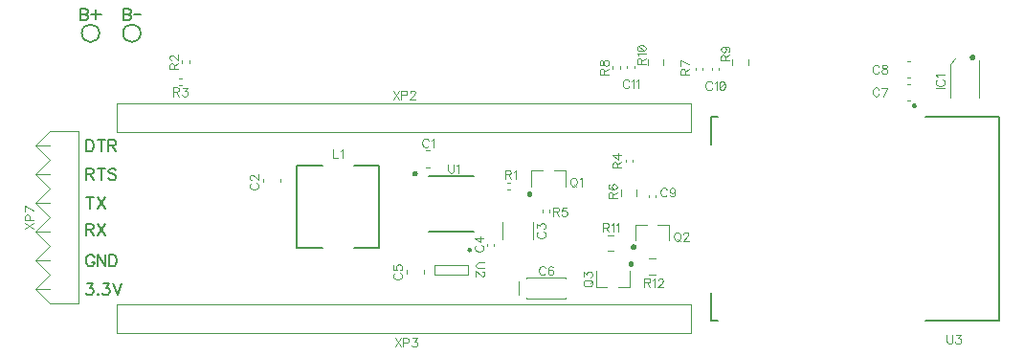
<source format=gbr>
G04 DipTrace 4.3.0.5*
G04 TopSilk.gbr*
%MOMM*%
G04 #@! TF.FileFunction,Legend,Top*
G04 #@! TF.Part,Single*
%ADD10C,0.12*%
%ADD16C,0.15*%
%ADD17C,0.1*%
%ADD20C,0.127*%
%ADD60C,0.11765*%
%ADD62C,0.15686*%
%FSLAX35Y35*%
G04*
G71*
G90*
G75*
G01*
G04 TopSilk*
%LPD*%
X-94373Y596877D2*
D17*
X-64373D1*
X-94373Y450877D2*
X-64373D1*
X-1387500Y348377D2*
Y318377D1*
X-1533500Y348377D2*
Y318377D1*
X579375Y-186129D2*
X579372Y-36129D1*
X849375Y-186124D2*
X849372Y-36124D1*
X446250Y-246127D2*
Y-230127D1*
X506250Y-246126D2*
Y-230126D1*
X-263500Y-491251D2*
Y-461251D1*
X-117500Y-491249D2*
Y-461249D1*
X795373Y-534127D2*
D10*
Y-526127D1*
X1141373D1*
Y-534127D1*
X795373Y-704127D2*
Y-712127D1*
X1141373D1*
Y-704127D1*
X726373Y-558127D2*
Y-680127D1*
X4160125Y1184250D2*
D17*
X4190125D1*
X4160129Y1038250D2*
X4190129D1*
X4160127Y1390627D2*
X4190127D1*
X4160127Y1244627D2*
X4190127D1*
X1935003Y198500D2*
Y182500D1*
X1875003Y198500D2*
Y182500D1*
X2430627Y1309627D2*
Y1325627D1*
X2490627Y1309627D2*
Y1325627D1*
X1684497Y1325497D2*
Y1341497D1*
X1744497Y1325497D2*
Y1341497D1*
X4540250Y1365250D2*
Y1063627D1*
X4794250Y1397000D2*
Y1063627D1*
G36*
X4738173Y1396153D2*
X4734910Y1396367D1*
X4731703Y1397005D1*
X4728606Y1398056D1*
X4725673Y1399503D1*
X4722954Y1401319D1*
X4720496Y1403476D1*
X4718339Y1405934D1*
X4716523Y1408653D1*
X4715076Y1411586D1*
X4714025Y1414683D1*
X4713387Y1417890D1*
X4713173Y1421153D1*
X4713387Y1424416D1*
X4714025Y1427624D1*
X4715076Y1430720D1*
X4716523Y1433653D1*
X4718339Y1436372D1*
X4720496Y1438831D1*
X4722954Y1440987D1*
X4725673Y1442804D1*
X4728606Y1444250D1*
X4731703Y1445301D1*
X4734910Y1445939D1*
X4738173Y1446153D1*
D1*
X4741436Y1445939D1*
X4744644Y1445301D1*
X4747740Y1444250D1*
X4750673Y1442804D1*
X4753392Y1440987D1*
X4755851Y1438831D1*
X4758007Y1436372D1*
X4759824Y1433653D1*
X4761270Y1430720D1*
X4762321Y1427624D1*
X4762959Y1424416D1*
X4763173Y1421153D1*
X4762959Y1417890D1*
X4762321Y1414683D1*
X4761270Y1411586D1*
X4759824Y1408653D1*
X4758007Y1405934D1*
X4755851Y1403476D1*
X4753392Y1401319D1*
X4750673Y1399503D1*
X4747740Y1398056D1*
X4744644Y1397005D1*
X4741436Y1396367D1*
X4738173Y1396153D1*
D1*
G37*
X4540250Y1365250D2*
D10*
X4587877Y1412873D1*
X-508127Y461797D2*
D20*
Y-268203D1*
X-1238127Y461797D2*
Y-268203D1*
X-508127D2*
X-731127D1*
X-1238127D2*
X-1015127D1*
X-508127Y461797D2*
X-731127D1*
X-1238127D2*
X-1015127D1*
X935250Y419250D2*
D10*
X832250D1*
Y279250D1*
X1033250Y419250D2*
X1136250D1*
Y279250D1*
G36*
X796250Y211250D2*
X796464Y214513D1*
X797102Y217720D1*
X798153Y220817D1*
X799599Y223750D1*
X801416Y226469D1*
X803572Y228928D1*
X806031Y231084D1*
X808750Y232901D1*
X811683Y234347D1*
X814780Y235398D1*
X817987Y236036D1*
X821250Y236250D1*
X824513Y236036D1*
X827720Y235398D1*
X830817Y234347D1*
X833750Y232901D1*
X836469Y231084D1*
X838928Y228928D1*
X841084Y226469D1*
X842901Y223750D1*
X844347Y220817D1*
X845398Y217720D1*
X846036Y214513D1*
X846250Y211250D1*
D1*
X846036Y207987D1*
X845398Y204780D1*
X844347Y201683D1*
X842901Y198750D1*
X841084Y196031D1*
X838928Y193572D1*
X836469Y191416D1*
X833750Y189599D1*
X830817Y188153D1*
X827720Y187102D1*
X824513Y186464D1*
X821250Y186250D1*
X817987Y186464D1*
X814780Y187102D1*
X811683Y188153D1*
X808750Y189599D1*
X806031Y191416D1*
X803572Y193572D1*
X801416Y196031D1*
X799599Y198750D1*
X798153Y201683D1*
X797102Y204780D1*
X796464Y207987D1*
X796250Y211250D1*
D1*
G37*
X1855997Y-57003D2*
D10*
X1754997D1*
Y-197003D1*
X1953997Y-57003D2*
X2054997D1*
Y-197003D1*
G36*
X1716997Y-258003D2*
X1717211Y-254740D1*
X1717849Y-251533D1*
X1718900Y-248436D1*
X1720346Y-245503D1*
X1722163Y-242784D1*
X1724319Y-240326D1*
X1726778Y-238169D1*
X1729497Y-236353D1*
X1732430Y-234906D1*
X1735526Y-233855D1*
X1738734Y-233217D1*
X1741997Y-233003D1*
X1745260Y-233217D1*
X1748467Y-233855D1*
X1751564Y-234906D1*
X1754497Y-236353D1*
X1757216Y-238169D1*
X1759674Y-240326D1*
X1761831Y-242784D1*
X1763647Y-245503D1*
X1765094Y-248436D1*
X1766145Y-251533D1*
X1766783Y-254740D1*
X1766997Y-258003D1*
D1*
X1766783Y-261266D1*
X1766145Y-264474D1*
X1765094Y-267570D1*
X1763647Y-270503D1*
X1761831Y-273222D1*
X1759674Y-275681D1*
X1757216Y-277837D1*
X1754497Y-279654D1*
X1751564Y-281100D1*
X1748467Y-282151D1*
X1745260Y-282789D1*
X1741997Y-283003D1*
X1738734Y-282789D1*
X1735526Y-282151D1*
X1732430Y-281100D1*
X1729497Y-279654D1*
X1726778Y-277837D1*
X1724319Y-275681D1*
X1722163Y-273222D1*
X1720346Y-270503D1*
X1718900Y-267570D1*
X1717849Y-264474D1*
X1717211Y-261266D1*
X1716997Y-258003D1*
D1*
G37*
X1604750Y-609753D2*
D10*
X1705750D1*
Y-469753D1*
X1506750Y-609753D2*
X1405750D1*
Y-469753D1*
G36*
X1743750Y-408753D2*
X1743536Y-412016D1*
X1742898Y-415224D1*
X1741847Y-418320D1*
X1740401Y-421253D1*
X1738584Y-423972D1*
X1736428Y-426431D1*
X1733969Y-428587D1*
X1731250Y-430404D1*
X1728317Y-431850D1*
X1725220Y-432901D1*
X1722013Y-433539D1*
X1718750Y-433753D1*
X1715487Y-433539D1*
X1712280Y-432901D1*
X1709183Y-431850D1*
X1706250Y-430404D1*
X1703531Y-428587D1*
X1701072Y-426431D1*
X1698916Y-423972D1*
X1697099Y-421253D1*
X1695653Y-418320D1*
X1694602Y-415224D1*
X1693964Y-412016D1*
X1693750Y-408753D1*
D1*
X1693964Y-405490D1*
X1694602Y-402283D1*
X1695653Y-399186D1*
X1697099Y-396253D1*
X1698916Y-393534D1*
X1701072Y-391076D1*
X1703531Y-388919D1*
X1706250Y-387103D1*
X1709183Y-385656D1*
X1712280Y-384605D1*
X1715487Y-383967D1*
X1718750Y-383753D1*
X1722013Y-383967D1*
X1725220Y-384605D1*
X1728317Y-385656D1*
X1731250Y-387103D1*
X1733969Y-388919D1*
X1736428Y-391076D1*
X1738584Y-393534D1*
X1740401Y-396253D1*
X1741847Y-399186D1*
X1742898Y-402283D1*
X1743536Y-405490D1*
X1743750Y-408753D1*
D1*
G37*
X624000Y315750D2*
D17*
X646000D1*
X624000Y255750D2*
X646000D1*
X-2252503Y1370123D2*
X-2252504Y1392123D1*
X-2192503Y1370124D2*
X-2192504Y1392124D1*
X-2281128Y1236500D2*
X-2259128D1*
X-2281126Y1176500D2*
X-2259126D1*
X1668624Y496999D2*
X1668623Y518999D1*
X1728624Y497001D2*
X1728623Y519001D1*
X998373Y74500D2*
Y52500D1*
X938373Y74500D2*
Y52500D1*
X1768623Y248250D2*
Y196250D1*
X1628623Y248250D2*
Y196250D1*
X2347747Y1328623D2*
Y1306623D1*
X2287747Y1328623D2*
Y1306623D1*
X1617497Y1344500D2*
Y1322500D1*
X1557497Y1344500D2*
Y1322500D1*
X2612873Y1355127D2*
Y1407127D1*
X2752873Y1355127D2*
Y1407127D1*
X1866750Y1355127D2*
Y1407127D1*
X2006750Y1355127D2*
Y1407127D1*
X1513871Y-152254D2*
X1565871Y-152253D1*
X1513875Y-292254D2*
X1565875Y-292253D1*
X1930997Y-498627D2*
X1878997D1*
X1930997Y-358627D2*
X1878997D1*
X324533Y374547D2*
D16*
X-69467D1*
X324533Y-117453D2*
X-69467D1*
G36*
X-193467Y417547D2*
X-190204Y417333D1*
X-186996Y416695D1*
X-183900Y415644D1*
X-180967Y414197D1*
X-178248Y412381D1*
X-175789Y410224D1*
X-173633Y407766D1*
X-171816Y405047D1*
X-170370Y402114D1*
X-169319Y399017D1*
X-168681Y395810D1*
X-168467Y392547D1*
X-168681Y389284D1*
X-169319Y386076D1*
X-170370Y382980D1*
X-171816Y380047D1*
X-173633Y377328D1*
X-175789Y374869D1*
X-178248Y372713D1*
X-180967Y370896D1*
X-183900Y369450D1*
X-186996Y368399D1*
X-190204Y367761D1*
X-193467Y367547D1*
D1*
X-196730Y367761D1*
X-199937Y368399D1*
X-203034Y369450D1*
X-205967Y370896D1*
X-208686Y372713D1*
X-211144Y374869D1*
X-213301Y377328D1*
X-215117Y380047D1*
X-216564Y382980D1*
X-217615Y386076D1*
X-218253Y389284D1*
X-218467Y392547D1*
X-218253Y395810D1*
X-217615Y399017D1*
X-216564Y402114D1*
X-215117Y405047D1*
X-213301Y407766D1*
X-211144Y410224D1*
X-208686Y412381D1*
X-205967Y414197D1*
X-203034Y415644D1*
X-199937Y416695D1*
X-196730Y417333D1*
X-193467Y417547D1*
D1*
G37*
G36*
X290368Y-263597D2*
X292920Y-263764D1*
X295429Y-264263D1*
X297850Y-265085D1*
X300144Y-266216D1*
X302271Y-267637D1*
X304193Y-269323D1*
X305880Y-271246D1*
X307301Y-273372D1*
X308432Y-275666D1*
X309254Y-278088D1*
X309753Y-280596D1*
X309920Y-283148D1*
X309753Y-285700D1*
X309254Y-288209D1*
X308432Y-290630D1*
X307301Y-292924D1*
X305880Y-295051D1*
X304193Y-296973D1*
X302271Y-298660D1*
X300144Y-300081D1*
X297850Y-301212D1*
X295429Y-302034D1*
X292920Y-302533D1*
X290368Y-302700D1*
X290355D1*
X287803Y-302533D1*
X285295Y-302034D1*
X282873Y-301212D1*
X280579Y-300081D1*
X278453Y-298660D1*
X276530Y-296973D1*
X274844Y-295051D1*
X273423Y-292924D1*
X272292Y-290630D1*
X271470Y-288209D1*
X270971Y-285700D1*
X270803Y-283148D1*
X270971Y-280596D1*
X271470Y-278088D1*
X272292Y-275666D1*
X273423Y-273373D1*
X274844Y-271246D1*
X276530Y-269323D1*
X278453Y-267637D1*
X280579Y-266216D1*
X282873Y-265085D1*
X285295Y-264263D1*
X287803Y-263764D1*
X290355Y-263597D1*
X290368D1*
G37*
X276993Y-420473D2*
D10*
X-23000D1*
X276993Y-500460D2*
X-23000D1*
Y-420473D2*
Y-500460D1*
X276993Y-420473D2*
Y-500460D1*
G36*
X4223873Y1013360D2*
X4226484Y1013189D1*
X4229050Y1012679D1*
X4231527Y1011838D1*
X4233873Y1010681D1*
X4236049Y1009227D1*
X4238015Y1007502D1*
X4239740Y1005535D1*
X4241194Y1003360D1*
X4242351Y1001014D1*
X4243192Y998536D1*
X4243702Y995971D1*
X4243873Y993360D1*
X4243702Y990749D1*
X4243192Y988184D1*
X4242351Y985706D1*
X4241194Y983360D1*
X4239740Y981185D1*
X4238015Y979218D1*
X4236049Y977493D1*
X4233873Y976039D1*
X4231527Y974882D1*
X4229050Y974041D1*
X4226484Y973531D1*
X4223873Y973360D1*
D1*
X4221263Y973531D1*
X4218697Y974041D1*
X4216220Y974882D1*
X4213873Y976039D1*
X4211698Y977493D1*
X4209731Y979218D1*
X4208006Y981185D1*
X4206553Y983360D1*
X4205396Y985706D1*
X4204555Y988184D1*
X4204044Y990749D1*
X4203873Y993360D1*
X4204044Y995971D1*
X4204555Y998536D1*
X4205396Y1001014D1*
X4206553Y1003360D1*
X4208006Y1005535D1*
X4209731Y1007502D1*
X4211698Y1009227D1*
X4213873Y1010681D1*
X4216220Y1011838D1*
X4218697Y1012679D1*
X4221263Y1013189D1*
X4223873Y1013360D1*
D1*
G37*
X2488873Y893360D2*
D20*
X2423873D1*
Y648360D1*
Y-661640D2*
Y-906640D1*
X2488873D1*
X4323873Y893360D2*
X4973873D1*
Y-906640D1*
X4323873D1*
X-2634960Y1016000D2*
D10*
X2252000D1*
X-2828000D2*
X-2634960D1*
X-2828000Y762000D2*
Y1016000D1*
Y762000D2*
X2252000D1*
Y1016000D1*
X-2634960Y-762000D2*
X2252000D1*
X-2828000D2*
X-2634960D1*
X-2828000Y-1016000D2*
Y-762000D1*
Y-1016000D2*
X2252000D1*
Y-762000D1*
X-3166427Y-756970D2*
Y767030D1*
Y-756970D2*
X-3420440D1*
X-3166427Y767030D2*
X-3420440D1*
Y-630020D2*
X-3547427D1*
X-3420440Y-375970D2*
X-3547427D1*
X-3420440Y-121920D2*
X-3547427D1*
X-3420440Y131980D2*
X-3547427D1*
X-3420440Y386030D2*
X-3547427D1*
X-3420440Y640080D2*
X-3547427D1*
X-3420440Y-756970D2*
X-3547427Y-630020D1*
X-3420440Y-502920D1*
X-3547427Y-375970D1*
X-3420440Y-249020D1*
X-3547427Y-121920D1*
X-3420440Y5030D1*
X-3547427Y131980D1*
X-3420440Y259080D1*
X-3547427Y386030D1*
X-3420440Y512980D1*
X-3547427Y640080D1*
X-3420440Y767030D1*
X-3141873Y1635127D2*
D16*
G02X-3141873Y1635127I78000J0D01*
G01*
X-2776750D2*
G02X-2776750Y1635127I78000J0D01*
G01*
X-3157333Y1851038D2*
D62*
Y1748950D1*
X-3113533D1*
X-3098933Y1753892D1*
X-3094103Y1758721D1*
X-3089274Y1768379D1*
Y1782979D1*
X-3094103Y1792750D1*
X-3098933Y1797579D1*
X-3113533Y1802409D1*
X-3098933Y1807350D1*
X-3094103Y1812179D1*
X-3089274Y1821838D1*
Y1831609D1*
X-3094103Y1841267D1*
X-3098933Y1846209D1*
X-3113533Y1851038D1*
X-3157333D1*
Y1802409D2*
X-3113533D1*
X-3014214Y1843682D2*
Y1756194D1*
X-3057902Y1799882D2*
X-2970414D1*
X-2776542Y1851038D2*
Y1748950D1*
X-2732742D1*
X-2718142Y1753892D1*
X-2713313Y1758721D1*
X-2708484Y1768379D1*
Y1782979D1*
X-2713313Y1792750D1*
X-2718142Y1797579D1*
X-2732742Y1802409D1*
X-2718142Y1807350D1*
X-2713313Y1812179D1*
X-2708484Y1821838D1*
Y1831609D1*
X-2713313Y1841267D1*
X-2718142Y1846209D1*
X-2732742Y1851038D1*
X-2776542D1*
Y1802409D2*
X-2732742D1*
X-2677111Y1799938D2*
X-2620958D1*
X-3103657Y692165D2*
Y590077D1*
X-3069628D1*
X-3055028Y595018D1*
X-3045257Y604677D1*
X-3040428Y614448D1*
X-3035598Y628935D1*
Y653306D1*
X-3040428Y667906D1*
X-3045257Y677565D1*
X-3055028Y687335D1*
X-3069628Y692165D1*
X-3103657D1*
X-2970197D2*
Y590077D1*
X-3004226Y692165D2*
X-2936167D1*
X-2904795Y643535D2*
X-2861107D1*
X-2846507Y648477D1*
X-2841566Y653306D1*
X-2836736Y662965D1*
Y672735D1*
X-2841566Y682394D1*
X-2846507Y687335D1*
X-2861107Y692165D1*
X-2904795D1*
Y590077D1*
X-2870766Y643535D2*
X-2836736Y590077D1*
X-3103657Y389535D2*
X-3059969D1*
X-3045369Y394477D1*
X-3040428Y399306D1*
X-3035598Y408965D1*
Y418735D1*
X-3040428Y428394D1*
X-3045369Y433335D1*
X-3059969Y438165D1*
X-3103657D1*
Y336077D1*
X-3069628Y389535D2*
X-3035598Y336077D1*
X-2970197Y438165D2*
Y336077D1*
X-3004226Y438165D2*
X-2936167D1*
X-2836736Y423565D2*
X-2846395Y433335D1*
X-2860995Y438165D1*
X-2880424D1*
X-2895024Y433335D1*
X-2904795Y423565D1*
Y413906D1*
X-2899853Y404135D1*
X-2895024Y399306D1*
X-2885366Y394477D1*
X-2856166Y384706D1*
X-2846395Y379877D1*
X-2841566Y374935D1*
X-2836736Y365277D1*
Y350677D1*
X-2846395Y341018D1*
X-2860995Y336077D1*
X-2880424D1*
X-2895024Y341018D1*
X-2904795Y350677D1*
X-3069628Y184165D2*
Y82077D1*
X-3103657Y184165D2*
X-3035598D1*
X-3004226D2*
X-2936167Y82077D1*
Y184165D2*
X-3004226Y82077D1*
X-3103657Y-102591D2*
X-3059969D1*
X-3045369Y-97650D1*
X-3040428Y-92821D1*
X-3035598Y-83162D1*
Y-73391D1*
X-3040428Y-63733D1*
X-3045369Y-58791D1*
X-3059969Y-53962D1*
X-3103657D1*
Y-156050D1*
X-3069628Y-102591D2*
X-3035598Y-156050D1*
X-3004226Y-53962D2*
X-2936167Y-156050D1*
Y-53962D2*
X-3004226Y-156050D1*
X-3030769Y-348094D2*
X-3035598Y-338435D1*
X-3045369Y-328665D1*
X-3055028Y-323835D1*
X-3074457D1*
X-3084228Y-328665D1*
X-3093886Y-338435D1*
X-3098828Y-348094D1*
X-3103657Y-362694D1*
Y-387065D1*
X-3098828Y-401552D1*
X-3093886Y-411323D1*
X-3084228Y-420982D1*
X-3074457Y-425923D1*
X-3055028D1*
X-3045369Y-420982D1*
X-3035598Y-411323D1*
X-3030769Y-401552D1*
Y-387065D1*
X-3055028D1*
X-2931338Y-323835D2*
Y-425923D1*
X-2999397Y-323835D1*
Y-425923D1*
X-2899966Y-323835D2*
Y-425923D1*
X-2865936D1*
X-2851336Y-420982D1*
X-2841566Y-411323D1*
X-2836736Y-401552D1*
X-2831907Y-387065D1*
Y-362694D1*
X-2836736Y-348094D1*
X-2841566Y-338435D1*
X-2851336Y-328665D1*
X-2865936Y-323835D1*
X-2899966D1*
X-3093886Y-577948D2*
X-3040540D1*
X-3069628Y-616806D1*
X-3055028D1*
X-3045369Y-621635D1*
X-3040540Y-626465D1*
X-3035598Y-641065D1*
Y-650723D1*
X-3040540Y-665323D1*
X-3050198Y-675094D1*
X-3064798Y-679923D1*
X-3079398D1*
X-3093886Y-675094D1*
X-3098715Y-670152D1*
X-3103657Y-660494D1*
X-2999397Y-670152D2*
X-3004226Y-675094D1*
X-2999397Y-679923D1*
X-2994455Y-675094D1*
X-2999397Y-670152D1*
X-2953312Y-577948D2*
X-2899966D1*
X-2929053Y-616806D1*
X-2914453D1*
X-2904795Y-621635D1*
X-2899966Y-626465D1*
X-2895024Y-641065D1*
Y-650723D1*
X-2899966Y-665323D1*
X-2909624Y-675094D1*
X-2924224Y-679923D1*
X-2938824D1*
X-2953312Y-675094D1*
X-2958141Y-670152D1*
X-2963083Y-660494D1*
X-2863652Y-577835D2*
X-2824793Y-679923D1*
X-2785935Y-577835D1*
X-72944Y684398D2*
D60*
X-76566Y691642D1*
X-83894Y698970D1*
X-91138Y702592D1*
X-105710D1*
X-113038Y698970D1*
X-120282Y691642D1*
X-123988Y684398D1*
X-127610Y673448D1*
Y655170D1*
X-123988Y644304D1*
X-120282Y636976D1*
X-113038Y629732D1*
X-105710Y626026D1*
X-91138D1*
X-83894Y629732D1*
X-76566Y636976D1*
X-72944Y644304D1*
X-49415Y687936D2*
X-42087Y691642D1*
X-31137Y702508D1*
Y626026D1*
X-1636898Y309360D2*
X-1644142Y305738D1*
X-1651470Y298410D1*
X-1655092Y291166D1*
Y276594D1*
X-1651470Y269266D1*
X-1644142Y262022D1*
X-1636898Y258316D1*
X-1625948Y254694D1*
X-1607670D1*
X-1596804Y258316D1*
X-1589476Y262022D1*
X-1582232Y269266D1*
X-1578526Y276594D1*
Y291166D1*
X-1582232Y298410D1*
X-1589476Y305738D1*
X-1596804Y309360D1*
X-1636814Y336595D2*
X-1640436D1*
X-1647764Y340217D1*
X-1651386Y343839D1*
X-1655008Y351167D1*
Y365739D1*
X-1651386Y372983D1*
X-1647764Y376605D1*
X-1640436Y380311D1*
X-1633192D1*
X-1625864Y376605D1*
X-1614998Y369361D1*
X-1578526Y332889D1*
Y383933D1*
X903419Y-121080D2*
X896175Y-124702D1*
X888847Y-132031D1*
X885225Y-139274D1*
Y-153846D1*
X888848Y-161174D1*
X896176Y-168418D1*
X903420Y-172124D1*
X914370Y-175746D1*
X932648D1*
X943514Y-172123D1*
X950842Y-168417D1*
X958085Y-161173D1*
X961791Y-153845D1*
Y-139273D1*
X958085Y-132029D1*
X950841Y-124701D1*
X943513Y-121080D1*
X885309Y-90223D2*
X885308Y-50214D1*
X914452Y-72029D1*
Y-61079D1*
X918074Y-53835D1*
X921696Y-50213D1*
X932645Y-46506D1*
X939889D1*
X950839Y-50212D1*
X958168Y-57456D1*
X961790Y-68406D1*
Y-79356D1*
X958168Y-90222D1*
X954462Y-93844D1*
X947218Y-97550D1*
X353959Y-240204D2*
X346715Y-243826D1*
X339387Y-251154D1*
X335765Y-258398D1*
Y-272970D1*
X339387Y-280298D1*
X346716Y-287541D1*
X353960Y-291247D1*
X364910Y-294869D1*
X383188D1*
X394053Y-291247D1*
X401381Y-287540D1*
X408625Y-280296D1*
X412331Y-272968D1*
Y-258396D1*
X408625Y-251153D1*
X401381Y-243825D1*
X394052Y-240203D1*
X412329Y-180201D2*
X335848Y-180203D1*
X386808Y-216674D1*
X386807Y-162008D1*
X-366898Y-486207D2*
X-374142Y-489829D1*
X-381470Y-497157D1*
X-385091Y-504401D1*
Y-518973D1*
X-381469Y-526301D1*
X-374141Y-533545D1*
X-366897Y-537251D1*
X-355947Y-540873D1*
X-337669Y-540872D1*
X-326803Y-537250D1*
X-319475Y-533544D1*
X-312231Y-526300D1*
X-308525Y-518972D1*
X-308526Y-504400D1*
X-312232Y-497156D1*
X-319476Y-489828D1*
X-326804Y-486206D1*
X-385009Y-418962D2*
X-385008Y-455350D1*
X-352242Y-458971D1*
X-355864Y-455349D1*
X-359571Y-444399D1*
Y-433534D1*
X-355865Y-422584D1*
X-348621Y-415255D1*
X-337671Y-411633D1*
X-330427D1*
X-319477Y-415255D1*
X-312149Y-422583D1*
X-308527Y-433533D1*
Y-444398D1*
X-312149Y-455348D1*
X-315855Y-458970D1*
X-323098Y-462677D1*
X960273Y-444479D2*
X956651Y-437235D1*
X949323Y-429907D1*
X942079Y-426285D1*
X927507D1*
X920179Y-429907D1*
X912935Y-437235D1*
X909229Y-444479D1*
X905607Y-455429D1*
Y-473707D1*
X909229Y-484572D1*
X912935Y-491900D1*
X920179Y-499144D1*
X927507Y-502850D1*
X942079D1*
X949323Y-499144D1*
X956651Y-491900D1*
X960273Y-484572D1*
X1027518Y-437235D2*
X1023896Y-429991D1*
X1012946Y-426369D1*
X1005702D1*
X994752Y-429991D1*
X987424Y-440941D1*
X983802Y-459135D1*
Y-477329D1*
X987424Y-491900D1*
X994752Y-499229D1*
X1005702Y-502850D1*
X1009324D1*
X1020190Y-499229D1*
X1027518Y-491900D1*
X1031140Y-480950D1*
Y-477329D1*
X1027518Y-466379D1*
X1020190Y-459135D1*
X1009324Y-455513D1*
X1005702D1*
X994752Y-459135D1*
X987424Y-466379D1*
X983802Y-477329D1*
X3911172Y1135930D2*
X3907550Y1143174D1*
X3900222Y1150502D1*
X3892978Y1154124D1*
X3878406Y1154123D1*
X3871078Y1150501D1*
X3863834Y1143173D1*
X3860128Y1135929D1*
X3856507Y1124979D1*
Y1106701D1*
X3860130Y1095835D1*
X3863836Y1088507D1*
X3871080Y1081263D1*
X3878408Y1077557D1*
X3892980Y1077558D1*
X3900224Y1081264D1*
X3907552Y1088508D1*
X3911173Y1095837D1*
X3949275Y1077560D2*
X3985745Y1154042D1*
X3934701Y1154041D1*
X3911218Y1335278D2*
X3907596Y1342522D1*
X3900268Y1349850D1*
X3893025Y1353472D1*
X3878453D1*
X3871125Y1349850D1*
X3863881Y1342522D1*
X3860175Y1335278D1*
X3856553Y1324328D1*
Y1306050D1*
X3860175Y1295184D1*
X3863881Y1287856D1*
X3871125Y1280612D1*
X3878453Y1276906D1*
X3893025D1*
X3900268Y1280612D1*
X3907596Y1287856D1*
X3911218Y1295184D1*
X3952942Y1353388D2*
X3942076Y1349766D1*
X3938370Y1342522D1*
Y1335194D1*
X3942076Y1327950D1*
X3949320Y1324244D1*
X3963892Y1320622D1*
X3974842Y1317000D1*
X3982085Y1309672D1*
X3985707Y1302428D1*
Y1291478D1*
X3982085Y1284234D1*
X3978464Y1280528D1*
X3967514Y1276906D1*
X3952942D1*
X3942076Y1280528D1*
X3938370Y1284234D1*
X3934748Y1291478D1*
Y1302428D1*
X3938370Y1309672D1*
X3945698Y1317000D1*
X3956564Y1320622D1*
X3971135Y1324244D1*
X3978464Y1327950D1*
X3982085Y1335194D1*
Y1342522D1*
X3978464Y1349766D1*
X3967514Y1353388D1*
X3952942D1*
X2035517Y248745D2*
X2031895Y255989D1*
X2024567Y263317D1*
X2017323Y266939D1*
X2002751D1*
X1995423Y263317D1*
X1988180Y255989D1*
X1984473Y248745D1*
X1980851Y237795D1*
Y219517D1*
X1984473Y208651D1*
X1988180Y201323D1*
X1995423Y194079D1*
X2002751Y190373D1*
X2017323D1*
X2024567Y194079D1*
X2031895Y201323D1*
X2035517Y208651D1*
X2106469Y241417D2*
X2102762Y230467D1*
X2095519Y223139D1*
X2084569Y219517D1*
X2080947D1*
X2069997Y223139D1*
X2062753Y230467D1*
X2059047Y241417D1*
Y245039D1*
X2062753Y255989D1*
X2069997Y263232D1*
X2080947Y266854D1*
X2084569D1*
X2095519Y263232D1*
X2102762Y255989D1*
X2106469Y241417D1*
Y223139D1*
X2102762Y204945D1*
X2095519Y193995D1*
X2084569Y190373D1*
X2077325D1*
X2066375Y193995D1*
X2062753Y201323D1*
X2433989Y1191588D2*
X2430367Y1198832D1*
X2423039Y1206160D1*
X2415795Y1209782D1*
X2401223D1*
X2393895Y1206160D1*
X2386651Y1198832D1*
X2382945Y1191588D1*
X2379323Y1180638D1*
Y1162360D1*
X2382945Y1151494D1*
X2386651Y1144166D1*
X2393895Y1136922D1*
X2401223Y1133216D1*
X2415795D1*
X2423039Y1136922D1*
X2430367Y1144166D1*
X2433989Y1151494D1*
X2457519Y1195126D2*
X2464847Y1198832D1*
X2475797Y1209698D1*
Y1133216D1*
X2521226Y1209698D2*
X2510276Y1206076D1*
X2502948Y1195126D1*
X2499326Y1176932D1*
Y1165982D1*
X2502948Y1147788D1*
X2510276Y1136838D1*
X2521226Y1133216D1*
X2528470D1*
X2539420Y1136838D1*
X2546664Y1147788D1*
X2550370Y1165982D1*
Y1176932D1*
X2546664Y1195126D1*
X2539420Y1206076D1*
X2528470Y1209698D1*
X2521226D1*
X2546664Y1195126D2*
X2502948Y1147788D1*
X1700022Y1207458D2*
X1696400Y1214702D1*
X1689072Y1222030D1*
X1681828Y1225652D1*
X1667256D1*
X1659928Y1222030D1*
X1652684Y1214702D1*
X1648978Y1207458D1*
X1645356Y1196508D1*
Y1178230D1*
X1648978Y1167364D1*
X1652684Y1160036D1*
X1659928Y1152792D1*
X1667256Y1149086D1*
X1681828D1*
X1689072Y1152792D1*
X1696400Y1160036D1*
X1700022Y1167364D1*
X1723551Y1210996D2*
X1730880Y1214702D1*
X1741830Y1225568D1*
Y1149086D1*
X1765359Y1210996D2*
X1772687Y1214702D1*
X1783637Y1225568D1*
Y1149086D1*
X4415033Y1146499D2*
X4491599D1*
X4433227Y1224694D2*
X4425983Y1221072D1*
X4418655Y1213744D1*
X4415033Y1206500D1*
Y1191928D1*
X4418655Y1184600D1*
X4425983Y1177356D1*
X4433227Y1173650D1*
X4444177Y1170028D1*
X4462455D1*
X4473321Y1173650D1*
X4480649Y1177356D1*
X4487893Y1184600D1*
X4491599Y1191928D1*
Y1206500D1*
X4487893Y1213744D1*
X4480649Y1221072D1*
X4473321Y1224694D1*
X4429689Y1248223D2*
X4425983Y1255551D1*
X4415117Y1266501D1*
X4491599D1*
X-915888Y606305D2*
Y529740D1*
X-872173D1*
X-848643Y591649D2*
X-841315Y595355D1*
X-830365Y606221D1*
Y529740D1*
X1202060Y358095D2*
X1194816Y354558D1*
X1187488Y347230D1*
X1183866Y339901D1*
X1180160Y328951D1*
Y310758D1*
X1183866Y299808D1*
X1187488Y292564D1*
X1194816Y285236D1*
X1202060Y281614D1*
X1216632D1*
X1223960Y285236D1*
X1231204Y292564D1*
X1234826Y299808D1*
X1238532Y310758D1*
Y328951D1*
X1234826Y339901D1*
X1231204Y347230D1*
X1223960Y354558D1*
X1216632Y358095D1*
X1202060D1*
X1213010Y296186D2*
X1234826Y274286D1*
X1262062Y343439D2*
X1269390Y347145D1*
X1280340Y358011D1*
Y281530D1*
X2119264Y-125165D2*
X2112020Y-128702D1*
X2104692Y-136030D1*
X2101070Y-143359D1*
X2097364Y-154309D1*
Y-172502D1*
X2101070Y-183452D1*
X2104692Y-190696D1*
X2112020Y-198024D1*
X2119264Y-201646D1*
X2133836D1*
X2141164Y-198024D1*
X2148408Y-190696D1*
X2152030Y-183452D1*
X2155736Y-172502D1*
Y-154309D1*
X2152030Y-143359D1*
X2148408Y-136030D1*
X2141164Y-128702D1*
X2133836Y-125165D1*
X2119264D1*
X2130214Y-187074D2*
X2152030Y-208974D1*
X2182972Y-143443D2*
Y-139821D1*
X2186593Y-132493D1*
X2190215Y-128871D1*
X2197543Y-125249D1*
X2212115D1*
X2219359Y-128871D1*
X2222981Y-132493D1*
X2226687Y-139821D1*
Y-147065D1*
X2222981Y-154393D1*
X2215737Y-165259D1*
X2179265Y-201730D1*
X2230309D1*
X1297815Y-584326D2*
X1301352Y-591570D1*
X1308680Y-598898D1*
X1316009Y-602520D1*
X1326959Y-606226D1*
X1345152D1*
X1356102Y-602520D1*
X1363346Y-598898D1*
X1370674Y-591570D1*
X1374296Y-584326D1*
Y-569754D1*
X1370674Y-562426D1*
X1363346Y-555182D1*
X1356102Y-551560D1*
X1345152Y-547854D1*
X1326959D1*
X1316009Y-551560D1*
X1308680Y-555182D1*
X1301352Y-562426D1*
X1297815Y-569754D1*
Y-584326D1*
X1359724Y-573376D2*
X1381624Y-551560D1*
X1297899Y-516997D2*
Y-476987D1*
X1327043Y-498803D1*
Y-487853D1*
X1330665Y-480609D1*
X1334287Y-476987D1*
X1345237Y-473281D1*
X1352480D1*
X1363430Y-476987D1*
X1370759Y-484231D1*
X1374380Y-495181D1*
Y-506131D1*
X1370759Y-516997D1*
X1367052Y-520618D1*
X1359809Y-524325D1*
X604451Y384993D2*
X637217D1*
X648167Y388700D1*
X651873Y392321D1*
X655495Y399565D1*
Y406893D1*
X651873Y414137D1*
X648167Y417843D1*
X637217Y421465D1*
X604451D1*
Y344900D1*
X629973Y384993D2*
X655495Y344900D1*
X679024Y406809D2*
X686352Y410515D1*
X697302Y421381D1*
Y344900D1*
X-2327076Y1318316D2*
Y1351082D1*
X-2330783Y1362032D1*
X-2334405Y1365738D1*
X-2341648Y1369360D1*
X-2348976D1*
X-2356220Y1365738D1*
X-2359926Y1362031D1*
X-2363548Y1351081D1*
X-2363547Y1318316D1*
X-2286982Y1318317D1*
X-2327076Y1343838D2*
X-2286983Y1369361D1*
X-2345271Y1396595D2*
X-2348893D1*
X-2356221Y1400217D1*
X-2359843Y1403839D1*
X-2363465Y1411167D1*
Y1425739D1*
X-2359843Y1432983D1*
X-2356222Y1436605D1*
X-2348894Y1440311D1*
X-2341650D1*
X-2334322Y1436605D1*
X-2323456Y1429361D1*
X-2286983Y1392890D1*
X-2286984Y1443934D1*
X-2330123Y1117648D2*
X-2297357Y1117649D1*
X-2286407Y1121356D1*
X-2282701Y1124978D1*
X-2279079Y1132222D1*
Y1139550D1*
X-2282702Y1146794D1*
X-2286408Y1150500D1*
X-2297358Y1154121D1*
X-2330124Y1154120D1*
X-2330121Y1077554D1*
X-2304601Y1117649D2*
X-2279078Y1077556D1*
X-2248222Y1154038D2*
X-2208213Y1154040D1*
X-2230028Y1124895D1*
X-2219078D1*
X-2211834Y1121274D1*
X-2208212Y1117652D1*
X-2204505Y1106702D1*
Y1099458D1*
X-2208211Y1088508D1*
X-2215454Y1081180D1*
X-2226404Y1077557D1*
X-2237354D1*
X-2248220Y1081179D1*
X-2251842Y1084885D1*
X-2255549Y1092129D1*
X1592762Y443380D2*
X1592761Y476146D1*
X1589054Y487096D1*
X1585432Y490802D1*
X1578188Y494424D1*
X1570860Y494423D1*
X1563617Y490801D1*
X1559911Y487095D1*
X1556289Y476145D1*
X1556290Y443379D1*
X1632856Y443382D1*
X1592761Y468902D2*
X1632854Y494425D1*
X1632852Y554427D2*
X1556371Y554424D1*
X1607332Y517954D1*
X1607330Y572620D1*
X1028348Y55620D2*
X1061114D1*
X1072064Y59326D1*
X1075770Y62948D1*
X1079392Y70192D1*
Y77520D1*
X1075770Y84764D1*
X1072064Y88470D1*
X1061114Y92092D1*
X1028348D1*
Y15526D1*
X1053870Y55620D2*
X1079392Y15526D1*
X1146637Y92008D2*
X1110249D1*
X1106628Y59242D1*
X1110249Y62864D1*
X1121199Y66570D1*
X1132065D1*
X1143015Y62864D1*
X1150343Y55620D1*
X1153965Y44670D1*
Y37426D1*
X1150343Y26476D1*
X1143015Y19148D1*
X1132065Y15526D1*
X1121199D1*
X1110249Y19148D1*
X1106628Y22854D1*
X1102921Y30098D1*
X1553377Y178981D2*
Y211747D1*
X1549670Y222697D1*
X1546049Y226403D1*
X1538805Y230025D1*
X1531477D1*
X1524233Y226403D1*
X1520527Y222697D1*
X1516905Y211747D1*
Y178981D1*
X1593470D1*
X1553377Y204503D2*
X1593470Y230025D1*
X1527855Y297270D2*
X1520611Y293648D1*
X1516989Y282698D1*
Y275454D1*
X1520611Y264504D1*
X1531561Y257176D1*
X1549755Y253554D1*
X1567949D1*
X1582520Y257176D1*
X1589849Y264504D1*
X1593470Y275454D1*
Y279076D1*
X1589849Y289942D1*
X1582520Y297270D1*
X1571570Y300892D1*
X1567949D1*
X1556999Y297270D1*
X1549755Y289942D1*
X1546133Y279076D1*
Y275454D1*
X1549755Y264504D1*
X1556999Y257176D1*
X1567949Y253554D1*
X2194190Y1270688D2*
Y1303454D1*
X2190484Y1314404D1*
X2186862Y1318110D1*
X2179618Y1321732D1*
X2172290D1*
X2165046Y1318110D1*
X2161340Y1314404D1*
X2157718Y1303454D1*
Y1270688D1*
X2234284D1*
X2194190Y1296210D2*
X2234284Y1321732D1*
Y1359833D2*
X2157802Y1396305D1*
Y1345261D1*
X1479817Y1270730D2*
Y1303496D1*
X1476110Y1314446D1*
X1472489Y1318152D1*
X1465245Y1321774D1*
X1457917D1*
X1450673Y1318152D1*
X1446967Y1314446D1*
X1443345Y1303496D1*
Y1270730D1*
X1519910D1*
X1479817Y1296252D2*
X1519910Y1321774D1*
X1443429Y1363497D2*
X1447051Y1352632D1*
X1454295Y1348925D1*
X1461623D1*
X1468867Y1352632D1*
X1472573Y1359875D1*
X1476195Y1374447D1*
X1479817Y1385397D1*
X1487145Y1392641D1*
X1494389Y1396263D1*
X1505339D1*
X1512582Y1392641D1*
X1516289Y1389019D1*
X1519910Y1378069D1*
Y1363497D1*
X1516289Y1352632D1*
X1512582Y1348925D1*
X1505339Y1345303D1*
X1494389D1*
X1487145Y1348925D1*
X1479817Y1356253D1*
X1476195Y1367119D1*
X1472573Y1381691D1*
X1468867Y1389019D1*
X1461623Y1392641D1*
X1454295D1*
X1447051Y1389019D1*
X1443429Y1378069D1*
Y1363497D1*
X2549470Y1392249D2*
Y1425015D1*
X2545764Y1435965D1*
X2542142Y1439671D1*
X2534898Y1443293D1*
X2527570D1*
X2520326Y1439671D1*
X2516620Y1435965D1*
X2512998Y1425015D1*
Y1392249D1*
X2589564D1*
X2549470Y1417771D2*
X2589564Y1443293D1*
X2538520Y1514244D2*
X2549470Y1510538D1*
X2556798Y1503294D1*
X2560420Y1492344D1*
Y1488722D1*
X2556798Y1477772D1*
X2549470Y1470528D1*
X2538520Y1466822D1*
X2534898D1*
X2523948Y1470528D1*
X2516704Y1477772D1*
X2513082Y1488722D1*
Y1492344D1*
X2516704Y1503294D1*
X2523948Y1510538D1*
X2538520Y1514244D1*
X2556798D1*
X2574992Y1510538D1*
X2585942Y1503294D1*
X2589564Y1492344D1*
Y1485100D1*
X2585942Y1474150D1*
X2578614Y1470528D1*
X1807790Y1360914D2*
Y1393680D1*
X1804084Y1404630D1*
X1800462Y1408336D1*
X1793218Y1411958D1*
X1785890D1*
X1778646Y1408336D1*
X1774940Y1404630D1*
X1771318Y1393680D1*
Y1360914D1*
X1847884D1*
X1807790Y1386436D2*
X1847884Y1411958D1*
X1785974Y1435488D2*
X1782268Y1442816D1*
X1771402Y1453766D1*
X1847884D1*
X1771402Y1499195D2*
X1775024Y1488245D1*
X1785974Y1480917D1*
X1804168Y1477295D1*
X1815118D1*
X1833312Y1480917D1*
X1844262Y1488245D1*
X1847884Y1499195D1*
Y1506439D1*
X1844262Y1517389D1*
X1833312Y1524633D1*
X1815118Y1528339D1*
X1804168D1*
X1785974Y1524633D1*
X1775024Y1517389D1*
X1771402Y1506439D1*
Y1499195D1*
X1785974Y1524633D2*
X1833312Y1480917D1*
X1472543Y-83012D2*
X1505309Y-83011D1*
X1516259Y-79304D1*
X1519965Y-75682D1*
X1523587Y-68439D1*
X1523586Y-61110D1*
X1519964Y-53867D1*
X1516258Y-50161D1*
X1505308Y-46539D1*
X1472542Y-46540D1*
X1472544Y-123106D1*
X1498065Y-83011D2*
X1523588Y-123104D1*
X1547116Y-61194D2*
X1554444Y-57488D1*
X1565393Y-46622D1*
X1565396Y-123103D1*
X1588923Y-61193D2*
X1596251Y-57486D1*
X1607201Y-46620D1*
X1607203Y-123102D1*
X1837161Y-570943D2*
X1869927D1*
X1880877Y-567237D1*
X1884583Y-563615D1*
X1888205Y-556371D1*
Y-549043D1*
X1884583Y-541799D1*
X1880877Y-538093D1*
X1869927Y-534471D1*
X1837161D1*
Y-611037D1*
X1862683Y-570943D2*
X1888205Y-611037D1*
X1911734Y-549128D2*
X1919062Y-545421D1*
X1930012Y-534556D1*
Y-611037D1*
X1957248Y-552749D2*
Y-549128D1*
X1960870Y-541799D1*
X1964492Y-538178D1*
X1971820Y-534556D1*
X1986392D1*
X1993636Y-538178D1*
X1997258Y-541799D1*
X2000964Y-549128D1*
Y-556371D1*
X1997258Y-563699D1*
X1990014Y-574565D1*
X1953542Y-611037D1*
X2004586D1*
X101264Y475859D2*
Y421193D1*
X104886Y410243D1*
X112214Y402999D1*
X123164Y399293D1*
X130408D1*
X141358Y402999D1*
X148686Y410243D1*
X152308Y421193D1*
Y475859D1*
X175838Y461202D2*
X183166Y464909D1*
X194116Y475774D1*
Y399293D1*
X421512Y-394178D2*
X366846D1*
X355896Y-397800D1*
X348652Y-405128D1*
X344946Y-416078D1*
Y-423322D1*
X348652Y-434272D1*
X355896Y-441600D1*
X366846Y-445222D1*
X421512D1*
X403234Y-472458D2*
X406856D1*
X414184Y-476079D1*
X417806Y-479701D1*
X421428Y-487029D1*
Y-501601D1*
X417806Y-508845D1*
X414184Y-512467D1*
X406856Y-516173D1*
X399612D1*
X392284Y-512467D1*
X381418Y-505223D1*
X344946Y-468751D1*
Y-519795D1*
X4510818Y-1034815D2*
Y-1089480D1*
X4514440Y-1100430D1*
X4521768Y-1107674D1*
X4532718Y-1111380D1*
X4539962D1*
X4550912Y-1107674D1*
X4558240Y-1100430D1*
X4561862Y-1089480D1*
Y-1034815D1*
X4592719Y-1034899D2*
X4632729D1*
X4610913Y-1064043D1*
X4621863D1*
X4629107Y-1067665D1*
X4632729Y-1071287D1*
X4636435Y-1082237D1*
Y-1089480D1*
X4632729Y-1100430D1*
X4625485Y-1107759D1*
X4614535Y-1111380D1*
X4603585D1*
X4592719Y-1107759D1*
X4589098Y-1104052D1*
X4585391Y-1096809D1*
X-388095Y1127592D2*
X-337051Y1051026D1*
Y1127592D2*
X-388095Y1051026D1*
X-313522Y1087498D2*
X-280672D1*
X-269806Y1091120D1*
X-266100Y1094826D1*
X-262478Y1102070D1*
Y1113020D1*
X-266100Y1120264D1*
X-269806Y1123970D1*
X-280672Y1127592D1*
X-313522D1*
Y1051026D1*
X-235243Y1109314D2*
Y1112936D1*
X-231621Y1120264D1*
X-227999Y1123886D1*
X-220671Y1127508D1*
X-206099D1*
X-198855Y1123886D1*
X-195233Y1120264D1*
X-191527Y1112936D1*
Y1105692D1*
X-195233Y1098364D1*
X-202477Y1087498D1*
X-238949Y1051026D1*
X-187905D1*
X-372219Y-1063161D2*
X-321175Y-1139727D1*
Y-1063161D2*
X-372219Y-1139727D1*
X-297645Y-1103255D2*
X-264795D1*
X-253929Y-1099633D1*
X-250223Y-1095927D1*
X-246601Y-1088683D1*
Y-1077733D1*
X-250223Y-1070489D1*
X-253929Y-1066783D1*
X-264795Y-1063161D1*
X-297645D1*
Y-1139727D1*
X-215744Y-1063246D2*
X-175734D1*
X-197550Y-1092389D1*
X-186600D1*
X-179356Y-1096011D1*
X-175734Y-1099633D1*
X-172028Y-1110583D1*
Y-1117827D1*
X-175734Y-1128777D1*
X-182978Y-1136105D1*
X-193928Y-1139727D1*
X-204878D1*
X-215744Y-1136105D1*
X-219366Y-1132399D1*
X-223072Y-1125155D1*
X-3643145Y-95065D2*
X-3566580Y-44021D1*
X-3643145D2*
X-3566580Y-95065D1*
X-3603051Y-20492D2*
Y12358D1*
X-3606673Y23224D1*
X-3610380Y26930D1*
X-3617623Y30552D1*
X-3628573D1*
X-3635817Y26930D1*
X-3639523Y23224D1*
X-3643145Y12358D1*
Y-20492D1*
X-3566580D1*
Y68653D2*
X-3643061Y105125D1*
Y54081D1*
M02*

</source>
